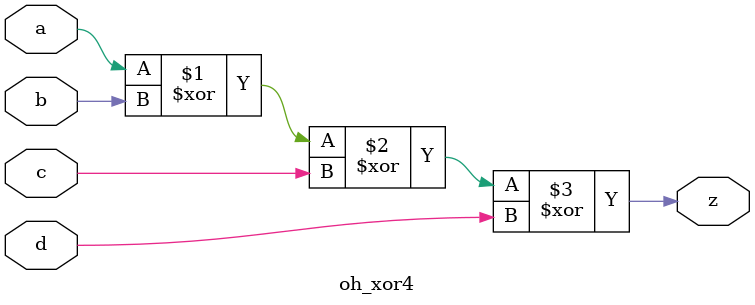
<source format=v>

module oh_xor4 #(parameter DW = 1 ) // array width
   (
    input [DW-1:0]  a,
    input [DW-1:0]  b,
    input [DW-1:0]  c,
    input [DW-1:0]  d,
    output [DW-1:0] z
    );
   
   assign z =  a ^ b ^ c ^ d;
   
endmodule

</source>
